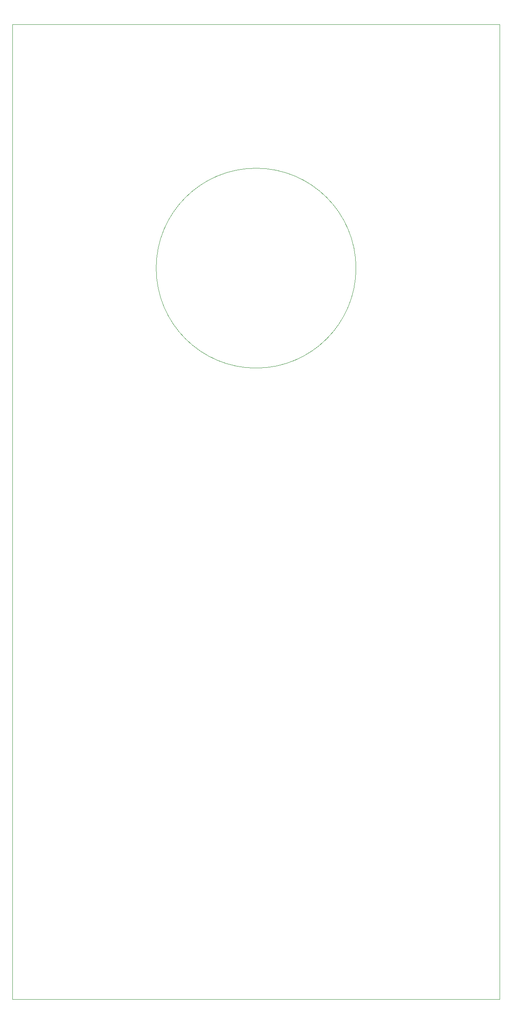
<source format=gm1>
G04 #@! TF.GenerationSoftware,KiCad,Pcbnew,6.0.5-a6ca702e91~116~ubuntu20.04.1*
G04 #@! TF.CreationDate,2022-06-21T20:30:45-04:00*
G04 #@! TF.ProjectId,joystick_panel,6a6f7973-7469-4636-9b5f-70616e656c2e,rev?*
G04 #@! TF.SameCoordinates,Original*
G04 #@! TF.FileFunction,Profile,NP*
%FSLAX46Y46*%
G04 Gerber Fmt 4.6, Leading zero omitted, Abs format (unit mm)*
G04 Created by KiCad (PCBNEW 6.0.5-a6ca702e91~116~ubuntu20.04.1) date 2022-06-21 20:30:45*
%MOMM*%
%LPD*%
G01*
G04 APERTURE LIST*
G04 #@! TA.AperFunction,Profile*
%ADD10C,0.100000*%
G04 #@! TD*
G04 APERTURE END LIST*
D10*
X16100000Y-207600000D02*
X116100000Y-207600000D01*
X116100000Y-7600000D02*
X16100000Y-7600000D01*
X16100000Y-7600000D02*
X16100000Y-207600000D01*
X116100000Y-207600000D02*
X116100000Y-7600000D01*
X86600000Y-57600000D02*
G75*
G03*
X86600000Y-57600000I-20500000J0D01*
G01*
M02*

</source>
